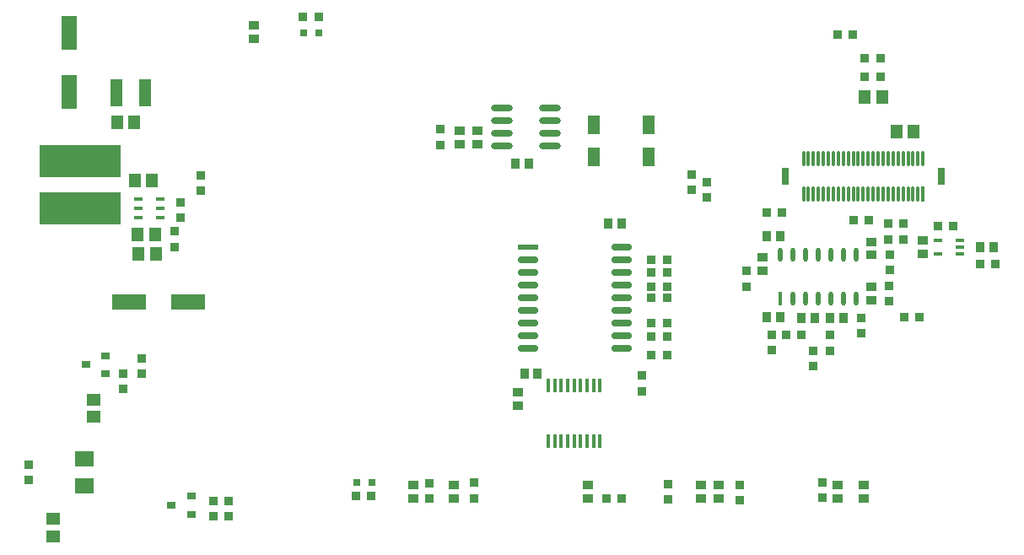
<source format=gtp>
G04*
G04 #@! TF.GenerationSoftware,Altium Limited,Altium Designer,19.0.14 (431)*
G04*
G04 Layer_Color=8421504*
%FSLAX25Y25*%
%MOIN*%
G70*
G01*
G75*
%ADD15R,0.03347X0.03347*%
%ADD16R,0.03543X0.03937*%
%ADD17R,0.05118X0.07480*%
%ADD18O,0.08661X0.02362*%
%ADD19R,0.03347X0.03347*%
%ADD20R,0.03937X0.03543*%
%ADD21R,0.05512X0.04528*%
%ADD22R,0.03543X0.03150*%
%ADD23R,0.13583X0.06102*%
%ADD24R,0.03347X0.01378*%
%ADD25R,0.32284X0.12992*%
%ADD26R,0.01575X0.05315*%
G04:AMPARAMS|DCode=27|XSize=15.75mil|YSize=53.15mil|CornerRadius=3.94mil|HoleSize=0mil|Usage=FLASHONLY|Rotation=0.000|XOffset=0mil|YOffset=0mil|HoleType=Round|Shape=RoundedRectangle|*
%AMROUNDEDRECTD27*
21,1,0.01575,0.04528,0,0,0.0*
21,1,0.00787,0.05315,0,0,0.0*
1,1,0.00787,0.00394,-0.02264*
1,1,0.00787,-0.00394,-0.02264*
1,1,0.00787,-0.00394,0.02264*
1,1,0.00787,0.00394,0.02264*
%
%ADD27ROUNDEDRECTD27*%
%ADD28R,0.03150X0.07087*%
%ADD29R,0.01181X0.06299*%
%ADD30O,0.01181X0.06299*%
%ADD31R,0.06102X0.13583*%
G04:AMPARAMS|DCode=32|XSize=23.62mil|YSize=78.74mil|CornerRadius=5.91mil|HoleSize=0mil|Usage=FLASHONLY|Rotation=270.000|XOffset=0mil|YOffset=0mil|HoleType=Round|Shape=RoundedRectangle|*
%AMROUNDEDRECTD32*
21,1,0.02362,0.06693,0,0,270.0*
21,1,0.01181,0.07874,0,0,270.0*
1,1,0.01181,-0.03347,-0.00591*
1,1,0.01181,-0.03347,0.00591*
1,1,0.01181,0.03347,0.00591*
1,1,0.01181,0.03347,-0.00591*
%
%ADD32ROUNDEDRECTD32*%
%ADD33R,0.07874X0.02362*%
%ADD34R,0.04528X0.05512*%
%ADD35R,0.07284X0.05906*%
%ADD36R,0.03150X0.03150*%
%ADD37R,0.05118X0.10630*%
%ADD38R,0.01772X0.05709*%
%ADD39O,0.01772X0.05709*%
D15*
X329429Y221457D02*
D03*
X323327D02*
D03*
X349606Y109843D02*
D03*
X355709D02*
D03*
X232087Y38189D02*
D03*
X238189D02*
D03*
X385728Y130709D02*
D03*
X379626D02*
D03*
X303051Y102756D02*
D03*
X309154D02*
D03*
X349508Y140551D02*
D03*
X343406D02*
D03*
X334252Y211968D02*
D03*
X340354D02*
D03*
X334252Y204724D02*
D03*
X340354D02*
D03*
X133071Y38957D02*
D03*
X139173D02*
D03*
X112255Y228346D02*
D03*
X118357D02*
D03*
X249843Y107323D02*
D03*
X255945D02*
D03*
X249843Y117323D02*
D03*
X255945D02*
D03*
X249843Y101969D02*
D03*
X255945D02*
D03*
X249843Y121850D02*
D03*
X255945D02*
D03*
X249843Y127323D02*
D03*
X255945D02*
D03*
X249843Y132323D02*
D03*
X255945D02*
D03*
X329626Y148228D02*
D03*
X335728D02*
D03*
X343406Y146850D02*
D03*
X349508D02*
D03*
X301476Y151181D02*
D03*
X295374D02*
D03*
X362992Y145669D02*
D03*
X369094D02*
D03*
X82874Y37008D02*
D03*
X76772D02*
D03*
X76673Y31102D02*
D03*
X82776D02*
D03*
X249843Y94882D02*
D03*
X255945D02*
D03*
D16*
X196161Y170276D02*
D03*
X201476D02*
D03*
X300610Y141732D02*
D03*
X295295D02*
D03*
X379626Y137402D02*
D03*
X384941D02*
D03*
X309154Y109449D02*
D03*
X314469D02*
D03*
X300610Y109843D02*
D03*
X295295D02*
D03*
X320591Y109449D02*
D03*
X325905D02*
D03*
X199606Y87402D02*
D03*
X204921D02*
D03*
X238189Y146850D02*
D03*
X232874D02*
D03*
D17*
X248819Y185659D02*
D03*
Y173061D02*
D03*
X227165D02*
D03*
Y185659D02*
D03*
D18*
X190902Y192421D02*
D03*
Y187421D02*
D03*
Y182421D02*
D03*
Y177421D02*
D03*
X209799Y192421D02*
D03*
Y187421D02*
D03*
Y182421D02*
D03*
Y177421D02*
D03*
D19*
X166339Y183981D02*
D03*
Y177878D02*
D03*
X71653Y165748D02*
D03*
Y159646D02*
D03*
X284646Y37402D02*
D03*
Y43504D02*
D03*
X256299Y37697D02*
D03*
Y43799D02*
D03*
X317340Y38287D02*
D03*
Y44390D02*
D03*
X162205Y38091D02*
D03*
Y44193D02*
D03*
X179921Y38189D02*
D03*
Y44291D02*
D03*
X48327Y87303D02*
D03*
Y93405D02*
D03*
X41240Y81272D02*
D03*
Y87374D02*
D03*
X287402Y121850D02*
D03*
Y127953D02*
D03*
X297303Y96653D02*
D03*
Y102756D02*
D03*
X343799Y115945D02*
D03*
Y122047D02*
D03*
X320591Y96555D02*
D03*
Y102657D02*
D03*
X271870Y163063D02*
D03*
Y156960D02*
D03*
X265748Y159941D02*
D03*
Y166043D02*
D03*
X63691Y155217D02*
D03*
Y149114D02*
D03*
X61319Y143602D02*
D03*
Y137500D02*
D03*
X246063Y80512D02*
D03*
Y86614D02*
D03*
X344094Y128347D02*
D03*
Y134449D02*
D03*
X332677Y109350D02*
D03*
Y103248D02*
D03*
X313878Y96457D02*
D03*
Y90354D02*
D03*
X3740Y51476D02*
D03*
Y45374D02*
D03*
D20*
X181102Y183465D02*
D03*
Y178150D02*
D03*
X174213Y183465D02*
D03*
Y178150D02*
D03*
X333917Y43504D02*
D03*
Y38189D02*
D03*
X323543Y43504D02*
D03*
Y38189D02*
D03*
X357185Y134843D02*
D03*
Y140157D02*
D03*
X293810Y127953D02*
D03*
Y133268D02*
D03*
X336870Y121752D02*
D03*
Y116437D02*
D03*
Y134252D02*
D03*
Y139567D02*
D03*
X196949Y80118D02*
D03*
Y74803D02*
D03*
X276378Y38189D02*
D03*
Y43504D02*
D03*
X171653Y38189D02*
D03*
Y43504D02*
D03*
X155905Y38091D02*
D03*
Y43406D02*
D03*
X269291Y38189D02*
D03*
Y43504D02*
D03*
X224705Y38189D02*
D03*
Y43504D02*
D03*
X92872Y219685D02*
D03*
Y225000D02*
D03*
D21*
X29528Y70276D02*
D03*
Y77165D02*
D03*
X13287Y23228D02*
D03*
Y30118D02*
D03*
D22*
X26378Y90945D02*
D03*
X34252Y94488D02*
D03*
Y87402D02*
D03*
X60236Y35433D02*
D03*
X68110Y38976D02*
D03*
Y31890D02*
D03*
D23*
X43504Y115748D02*
D03*
X66732D02*
D03*
D24*
X371654Y134843D02*
D03*
Y137402D02*
D03*
Y139961D02*
D03*
X362992D02*
D03*
Y134843D02*
D03*
X47047Y156496D02*
D03*
Y152756D02*
D03*
Y149016D02*
D03*
X55905D02*
D03*
Y152756D02*
D03*
Y156496D02*
D03*
D25*
X24213Y171260D02*
D03*
Y152756D02*
D03*
D26*
X229563Y82677D02*
D03*
D27*
X227004D02*
D03*
X224445D02*
D03*
X221886D02*
D03*
X219327D02*
D03*
X216768D02*
D03*
X214209D02*
D03*
X211650D02*
D03*
X209091D02*
D03*
X229563Y60630D02*
D03*
X227004D02*
D03*
X224445D02*
D03*
X221886D02*
D03*
X219327D02*
D03*
X216768D02*
D03*
X214209D02*
D03*
X211650D02*
D03*
X209091D02*
D03*
D28*
X302854Y165453D02*
D03*
X364272D02*
D03*
D29*
X357185Y158366D02*
D03*
D30*
X355217D02*
D03*
X353248D02*
D03*
X351279D02*
D03*
X349311D02*
D03*
X347342D02*
D03*
X345374D02*
D03*
X343406D02*
D03*
X341437D02*
D03*
X339469D02*
D03*
X337500D02*
D03*
X335531D02*
D03*
X333563D02*
D03*
X331594D02*
D03*
X329626D02*
D03*
X327658D02*
D03*
X325689D02*
D03*
X323721D02*
D03*
X321752D02*
D03*
X319783D02*
D03*
X317815D02*
D03*
X315846D02*
D03*
X313878D02*
D03*
X311910D02*
D03*
X309941D02*
D03*
Y172539D02*
D03*
X311910D02*
D03*
X313878D02*
D03*
X315846D02*
D03*
X317815D02*
D03*
X319783D02*
D03*
X321752D02*
D03*
X323721D02*
D03*
X325689D02*
D03*
X327658D02*
D03*
X329626D02*
D03*
X331594D02*
D03*
X333563D02*
D03*
X335531D02*
D03*
X337500D02*
D03*
X339469D02*
D03*
X341437D02*
D03*
X343406D02*
D03*
X345374D02*
D03*
X347342D02*
D03*
X349311D02*
D03*
X351279D02*
D03*
X353248D02*
D03*
X355217D02*
D03*
X357185D02*
D03*
D31*
X19685Y198819D02*
D03*
Y222047D02*
D03*
D32*
X201181Y102323D02*
D03*
Y107323D02*
D03*
Y112323D02*
D03*
Y117323D02*
D03*
Y122323D02*
D03*
Y127323D02*
D03*
Y132323D02*
D03*
X238189Y137323D02*
D03*
Y132323D02*
D03*
Y127323D02*
D03*
Y122323D02*
D03*
Y117323D02*
D03*
Y112323D02*
D03*
Y107323D02*
D03*
Y102323D02*
D03*
X201181Y97323D02*
D03*
X238189D02*
D03*
D33*
X201181Y137323D02*
D03*
D34*
X45698Y163673D02*
D03*
X52588D02*
D03*
X53740Y142520D02*
D03*
X46850D02*
D03*
X53937Y134646D02*
D03*
X47047D02*
D03*
X346654Y183071D02*
D03*
X353543D02*
D03*
X45571Y186614D02*
D03*
X38681D02*
D03*
X341142Y196850D02*
D03*
X334252D02*
D03*
D35*
X25689Y43209D02*
D03*
Y53642D02*
D03*
D36*
X139370Y44252D02*
D03*
X133465D02*
D03*
X118357Y222047D02*
D03*
X112452D02*
D03*
D37*
X38421Y198386D02*
D03*
X49839D02*
D03*
D38*
X300610Y116929D02*
D03*
D39*
X305610D02*
D03*
X310610D02*
D03*
X315610D02*
D03*
X320610D02*
D03*
X325610D02*
D03*
X330610D02*
D03*
X300610Y134252D02*
D03*
X305610D02*
D03*
X310610D02*
D03*
X315610D02*
D03*
X320610D02*
D03*
X325610D02*
D03*
X330610D02*
D03*
M02*

</source>
